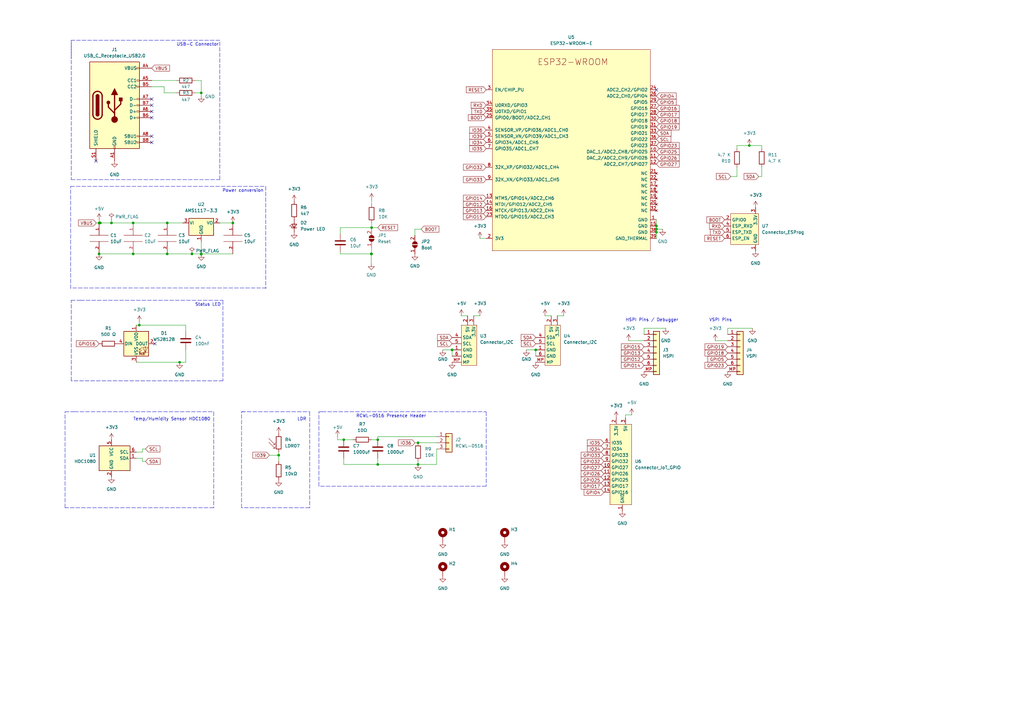
<source format=kicad_sch>
(kicad_sch (version 20211123) (generator eeschema)
  (paper "A3")
  (title_block (title "ESP32-C3 IoT Base Board") (date "2022-04-06") (rev "0.1") (comment 2 "Tobias Herrmann, Samuel Gossner"))
  (lib_symbols
    (symbol "0_Project:Connector_ESProg"
      (property "Reference" "U6" (at 7.62 -8.8899 0))
      (property "Value" "Connector_ESProg" (at 7.62 -11.4299 0))
      (symbol "Connector_ESProg_1_1"
        (pin power_in line (at 5.08 -19.05 90) (length 2.54) (name "GND") (number "1"))
        (pin bidirectional line (at -7.62 -6.35 0) (length 2.54) (name "GPIO0") (number "2"))
        (pin power_in line (at 5.08 -1.27 270) (length 2.54) (name "3.3V") (number "3"))
        (pin bidirectional line (at -7.62 -8.89 0) (length 2.54) (name "ESP_RXD") (number "4"))
        (pin bidirectional line (at -7.62 -11.43 0) (length 2.54) (name "ESP_TXD") (number "5"))
        (pin bidirectional line (at -7.62 -13.97 0) (length 2.54) (name "ESP_EN") (number "6"))
      )
    )
    (symbol "0_Project:Connector_I2C"
      (property "Reference" "U" (at -5.08 1.27 0))
      (property "Value" "Connector_I2C" (at 0 -17.78 0))
      (symbol "Connector_I2C_1_1"
        (pin power_in line (at -5.08 -10.16 0) (length 3.81) (name "GND") (number "1"))
        (pin power_in line (at 1.27 3.81 270) (length 3.81) (name "5V") (number "2"))
        (pin power_in line (at 3.81 3.81 270) (length 3.81) (name "3.3V") (number "3"))
        (pin bidirectional line (at -5.08 -5.08 0) (length 3.81) (name "SDA") (number "4"))
        (pin bidirectional line (at -5.08 -7.62 0) (length 3.81) (name "SCL") (number "5"))
        (pin power_in line (at -5.08 -12.7 0) (length 3.81) (name "GND") (number "6"))
        (pin free line (at -5.08 -15.24 0) (length 3.81) (name "MP") (number "MP"))
      )
    )
    (symbol "0_Project:Connector_IoT_GPIO" (in_bom no)
      (property "Reference" "U" (at -20.32 8.89 0))
      (property "Value" "Connector_IoT_GPIO" (at -11.43 11.43 0))
      (symbol "Connector_IoT_GPIO_1_1"
        (pin power_in line (at 1.27 -31.75 90) (length 2.54) (name "GND") (number "1"))
        (pin bidirectional line (at -6.35 -13.97 0) (length 2.54) (name "GPIO27") (number "10"))
        (pin bidirectional line (at -6.35 -16.51 0) (length 2.54) (name "GPIO26") (number "11"))
        (pin bidirectional line (at -6.35 -19.05 0) (length 2.54) (name "GPIO25") (number "12"))
        (pin bidirectional line (at -6.35 -21.59 0) (length 2.54) (name "GPIO17") (number "13"))
        (pin bidirectional line (at -6.35 -24.13 0) (length 2.54) (name "GPIO16") (number "14"))
        (pin power_in line (at -1.27 6.35 270) (length 2.54) (name "3.3V") (number "2"))
        (pin power_in line (at 2.54 6.35 270) (length 2.54) (name "5V") (number "3"))
        (pin bidirectional line (at -6.35 -3.81 0) (length 2.54) (name "IO35") (number "6"))
        (pin bidirectional line (at -6.35 -6.35 0) (length 2.54) (name "IO34") (number "7"))
        (pin bidirectional line (at -6.35 -8.89 0) (length 2.54) (name "GPIO33") (number "8"))
        (pin bidirectional line (at -6.35 -11.43 0) (length 2.54) (name "GPIO32") (number "9"))
      )
    )
    (symbol "Connector:USB_C_Receptacle_USB2.0" (pin_names (offset 1.016))
      (property "Reference" "J" (at -10.16 19.05 0))
      (property "Value" "USB_C_Receptacle_USB2.0" (at 19.05 19.05 0))
      (symbol "USB_C_Receptacle_USB2.0_1_1"
        (pin passive line (at 0 -22.86 90) (length 5.08) (name "GND") (number "A1"))
        (pin passive line (at 0 -22.86 90) (length 5.08) hide (name "GND") (number "A12"))
        (pin passive line (at 15.24 15.24 180) (length 5.08) (name "VBUS") (number "A4"))
        (pin bidirectional line (at 15.24 10.16 180) (length 5.08) (name "CC1") (number "A5"))
        (pin bidirectional line (at 15.24 -2.54 180) (length 5.08) (name "D+") (number "A6"))
        (pin bidirectional line (at 15.24 2.54 180) (length 5.08) (name "D-") (number "A7"))
        (pin bidirectional line (at 15.24 -12.7 180) (length 5.08) (name "SBU1") (number "A8"))
        (pin passive line (at 15.24 15.24 180) (length 5.08) hide (name "VBUS") (number "A9"))
        (pin passive line (at 0 -22.86 90) (length 5.08) hide (name "GND") (number "B1"))
        (pin passive line (at 0 -22.86 90) (length 5.08) hide (name "GND") (number "B12"))
        (pin passive line (at 15.24 15.24 180) (length 5.08) hide (name "VBUS") (number "B4"))
        (pin bidirectional line (at 15.24 7.62 180) (length 5.08) (name "CC2") (number "B5"))
        (pin bidirectional line (at 15.24 -5.08 180) (length 5.08) (name "D+") (number "B6"))
        (pin bidirectional line (at 15.24 0 180) (length 5.08) (name "D-") (number "B7"))
        (pin bidirectional line (at 15.24 -15.24 180) (length 5.08) (name "SBU2") (number "B8"))
        (pin passive line (at 15.24 15.24 180) (length 5.08) hide (name "VBUS") (number "B9"))
        (pin passive line (at -7.62 -22.86 90) (length 5.08) (name "SHIELD") (number "S1"))
      )
    )
    (symbol "Connector_Generic:Conn_01x03" (pin_names (offset 1.016) hide)
      (property "Reference" "J" (at 0 5.08 0))
      (property "Value" "Conn_01x03" (at 0 -5.08 0))
      (symbol "Conn_01x03_1_1"
        (pin passive line (at -5.08 2.54 0) (length 3.81) (name "Pin_1") (number "1"))
        (pin passive line (at -5.08 0 0) (length 3.81) (name "Pin_2") (number "2"))
        (pin passive line (at -5.08 -2.54 0) (length 3.81) (name "Pin_3") (number "3"))
      )
    )
    (symbol "Connector_Generic:Conn_01x07" (pin_names (offset 1.016) hide)
      (property "Reference" "J3" (at 2.54 1.2701 0))
      (property "Value" "Conn_01x07" (at 2.54 -1.2699 0))
      (symbol "Conn_01x07_1_1"
        (pin passive line (at -5.08 7.62 0) (length 3.81) (name "Pin_1") (number "1"))
        (pin passive line (at -5.08 5.08 0) (length 3.81) (name "Pin_2") (number "2"))
        (pin passive line (at -5.08 2.54 0) (length 3.81) (name "Pin_3") (number "3"))
        (pin passive line (at -5.08 0 0) (length 3.81) (name "Pin_4") (number "4"))
        (pin passive line (at -5.08 -2.54 0) (length 3.81) (name "Pin_5") (number "5"))
        (pin passive line (at -5.08 -5.08 0) (length 3.81) (name "Pin_6") (number "6"))
        (pin passive line (at -5.08 -7.62 0) (length 3.81) (name "MP") (number "MP"))
      )
    )
    (symbol "Device:C" (pin_numbers hide) (pin_names (offset 0.254))
      (property "Reference" "C" (at 0.635 2.54 0))
      (property "Value" "C" (at 0.635 -2.54 0))
      (symbol "C_1_1"
        (pin passive line (at 0 3.81 270) (length 2.794) (name "~") (number "1"))
        (pin passive line (at 0 -3.81 90) (length 2.794) (name "~") (number "2"))
      )
    )
    (symbol "Device:LED_Small" (pin_numbers hide) (pin_names (offset 0.254) hide)
      (property "Reference" "D" (at -1.27 3.175 0))
      (property "Value" "LED_Small" (at -4.445 -2.54 0))
      (symbol "LED_Small_1_1"
        (pin passive line (at -2.54 0 0) (length 1.778) (name "K") (number "1"))
        (pin passive line (at 2.54 0 180) (length 1.778) (name "A") (number "2"))
      )
    )
    (symbol "Device:R" (pin_numbers hide) (pin_names (offset 0))
      (property "Reference" "R" (at 2.032 0 90))
      (property "Value" "R" (at 0 0 90))
      (symbol "R_1_1"
        (pin passive line (at 0 3.81 270) (length 1.27) (name "~") (number "1"))
        (pin passive line (at 0 -3.81 90) (length 1.27) (name "~") (number "2"))
      )
    )
    (symbol "Espressif:ESP32-WROOM-E" (pin_names (offset 1.016))
      (property "Reference" "U" (at 0 43.18 0))
      (property "Value" "ESP32-WROOM-E" (at 0 -41.91 0))
      (symbol "ESP32-WROOM-E_1_1"
        (text "ESP32-­WROOM­" (at 1.27 36.83 0) (effects (font (size 2.54 2.54))))
        (pin power_in line (at 35.56 -27.94 180) (length 2.54) (name "GND") (number "1"))
        (pin bidirectional line (at 35.56 0 180) (length 2.54) (name "DAC_1/ADC2_CH8/GPIO25") (number "10"))
        (pin bidirectional line (at 35.56 -2.54 180) (length 2.54) (name "DAC_2/ADC2_CH9/GPIO26") (number "11"))
        (pin bidirectional line (at 35.56 -5.08 180) (length 2.54) (name "ADC2_CH7/GPIO27") (number "12"))
        (pin bidirectional line (at -34.29 -19.05 0) (length 2.54) (name "MTMS/GPIO14/ADC2_CH6") (number "13"))
        (pin bidirectional line (at -34.29 -21.59 0) (length 2.54) (name "MTDI/GPIO12/ADC2_CH5") (number "14"))
        (pin power_in line (at 35.56 -30.48 180) (length 2.54) (name "GND") (number "15"))
        (pin bidirectional line (at -34.29 -24.13 0) (length 2.54) (name "MTCK/GPIO13/ADC2_CH4") (number "16"))
        (pin no_connect line (at 35.56 -13.97 180) (length 2.54) (name "NC") (number "17"))
        (pin no_connect line (at 35.56 -16.51 180) (length 2.54) (name "NC") (number "18"))
        (pin no_connect line (at 35.56 -19.05 180) (length 2.54) (name "NC") (number "19"))
        (pin power_in line (at -34.29 -35.56 0) (length 2.54) (name "3V3") (number "2"))
        (pin no_connect line (at 35.56 -21.59 180) (length 2.54) (name "NC") (number "20"))
        (pin no_connect line (at 35.56 -8.89 180) (length 2.54) (name "NC") (number "21"))
        (pin no_connect line (at 35.56 -11.43 180) (length 2.54) (name "NC") (number "22"))
        (pin bidirectional line (at -34.29 -26.67 0) (length 2.54) (name "MTDO/GPIO15/ADC2_CH3") (number "23"))
        (pin bidirectional line (at 35.56 25.4 180) (length 2.54) (name "ADC2_CH2/GPIO2") (number "24"))
        (pin bidirectional line (at -34.29 13.97 0) (length 2.54) (name "GPIO0/BOOT/ADC2_CH1") (number "25"))
        (pin bidirectional line (at 35.56 22.86 180) (length 2.54) (name "ADC2_CH0/GPIO4") (number "26"))
        (pin bidirectional line (at 35.56 17.78 180) (length 2.54) (name "GPIO16") (number "27"))
        (pin bidirectional line (at 35.56 15.24 180) (length 2.54) (name "GPIO17") (number "28"))
        (pin bidirectional line (at 35.56 20.32 180) (length 2.54) (name "GPIO5") (number "29"))
        (pin input line (at -34.29 25.4 0) (length 2.54) (name "EN/CHIP_PU") (number "3"))
        (pin bidirectional line (at 35.56 12.7 180) (length 2.54) (name "GPIO18") (number "30"))
        (pin bidirectional line (at 35.56 10.16 180) (length 2.54) (name "GPIO19") (number "31"))
        (pin no_connect line (at 35.56 -24.13 180) (length 2.54) (name "NC") (number "32"))
        (pin bidirectional line (at 35.56 7.62 180) (length 2.54) (name "GPIO21") (number "33"))
        (pin bidirectional line (at -34.29 19.05 0) (length 2.54) (name "U0RXD/GPIO3") (number "34"))
        (pin bidirectional line (at -34.29 16.51 0) (length 2.54) (name "U0TXD/GPIO1") (number "35"))
        (pin bidirectional line (at 35.56 5.08 180) (length 2.54) (name "GPIO22") (number "36"))
        (pin bidirectional line (at 35.56 2.54 180) (length 2.54) (name "GPIO23") (number "37"))
        (pin power_in line (at 35.56 -33.02 180) (length 2.54) (name "GND") (number "38"))
        (pin power_in line (at 35.56 -35.56 180) (length 2.54) (name "GND_THERMAL") (number "39"))
        (pin input line (at -34.29 8.89 0) (length 2.54) (name "SENSOR_VP/GPIO36/ADC1_CH0") (number "4"))
        (pin input line (at -34.29 6.35 0) (length 2.54) (name "SENSOR_VN/GPIO39/ADC1_CH3") (number "5"))
        (pin input line (at -34.29 3.81 0) (length 2.54) (name "GPIO34/ADC1_CH6") (number "6"))
        (pin input line (at -34.29 1.27 0) (length 2.54) (name "GPIO35/ADC1_CH7") (number "7"))
        (pin bidirectional line (at -34.29 -6.35 0) (length 2.54) (name "32K_XP/GPIO32/ADC1_CH4") (number "8"))
        (pin bidirectional line (at -34.29 -11.43 0) (length 2.54) (name "32K_XN/GPIO33/ADC1_CH5") (number "9"))
      )
    )
    (symbol "Jumper:SolderJumper_2_Open" (pin_names (offset 0) hide)
      (property "Reference" "JP" (at 0 2.032 0))
      (property "Value" "SolderJumper_2_Open" (at 0 -2.54 0))
      (symbol "SolderJumper_2_Open_1_1"
        (pin passive line (at -3.81 0 0) (length 2.54) (name "A") (number "1"))
        (pin passive line (at 3.81 0 180) (length 2.54) (name "B") (number "2"))
      )
    )
    (symbol "LED:WS2812B" (pin_names (offset 0.254))
      (property "Reference" "D" (at 5.08 5.715 0))
      (property "Value" "WS2812B" (at 1.27 -5.715 0))
      (symbol "WS2812B_0_0"
        (text "RGB" (at 2.286 -4.191 0) (effects (font (size 0.762 0.762))))
      )
      (symbol "WS2812B_1_1"
        (pin power_in line (at 0 7.62 270) (length 2.54) (name "VDD") (number "1"))
        (pin output line (at 7.62 0 180) (length 2.54) (name "DOUT") (number "2"))
        (pin power_in line (at 0 -7.62 90) (length 2.54) (name "VSS") (number "3"))
        (pin input line (at -7.62 0 0) (length 2.54) (name "DIN") (number "4"))
      )
    )
    (symbol "Mechanical:MountingHole_Pad" (pin_numbers hide) (pin_names (offset 1.016) hide)
      (property "Reference" "H" (at 0 6.35 0))
      (property "Value" "MountingHole_Pad" (at 0 4.445 0))
      (symbol "MountingHole_Pad_1_1"
        (pin input line (at 0 -2.54 90) (length 2.54) (name "1") (number "1"))
      )
    )
    (symbol "Regulator_Linear:AMS1117-3.3" (pin_names (offset 0.254))
      (property "Reference" "U" (at -3.81 3.175 0))
      (property "Value" "AMS1117-3.3" (at 0 3.175 0))
      (symbol "AMS1117-3.3_1_1"
        (pin power_in line (at 0 -7.62 90) (length 2.54) (name "GND") (number "1"))
        (pin power_out line (at 7.62 0 180) (length 2.54) (name "VO") (number "2"))
        (pin power_in line (at -7.62 0 0) (length 2.54) (name "VI") (number "3"))
      )
    )
    (symbol "Sensor_Humidity:HDC1080"
      (property "Reference" "U" (at -6.35 6.35 0))
      (property "Value" "HDC1080" (at 3.81 6.35 0))
      (symbol "HDC1080_1_1"
        (pin bidirectional line (at 7.62 0 180) (length 2.54) (name "SDA") (number "1"))
        (pin power_in line (at -2.54 -7.62 90) (length 2.54) (name "GND") (number "2"))
        (pin no_connect line (at -7.62 0 0) (length 2.54) hide (name "NC") (number "3"))
        (pin no_connect line (at -7.62 -2.54 0) (length 2.54) hide (name "NC") (number "4"))
        (pin power_in line (at -2.54 7.62 270) (length 2.54) (name "VCC") (number "5"))
        (pin input line (at 7.62 2.54 180) (length 2.54) (name "SCL") (number "6"))
        (pin no_connect line (at -7.62 2.54 0) (length 2.54) hide (name "DAP") (number "7"))
      )
    )
    (symbol "Sensor_Optical:LDR07" (pin_numbers hide) (pin_names (offset 0))
      (property "Reference" "R" (at -5.08 0 90))
      (property "Value" "LDR07" (at 1.905 0 90))
      (symbol "LDR07_1_1"
        (pin passive line (at 0 3.81 270) (length 1.27) (name "~") (number "1"))
        (pin passive line (at 0 -3.81 90) (length 1.27) (name "~") (number "2"))
      )
    )
    (symbol "power:+3.3V" (power) (pin_names (offset 0))
      (property "Value" "+3.3V" (at 0 3.556 0))
      (symbol "+3.3V_1_1"
        (pin power_in line (at 0 0 90) (length 0) hide (name "+3V3") (number "1"))
      )
    )
    (symbol "power:+5V" (power) (pin_names (offset 0))
      (property "Value" "+5V" (at 0 3.556 0))
      (symbol "+5V_1_1"
        (pin power_in line (at 0 0 90) (length 0) hide (name "+5V") (number "1"))
      )
    )
    (symbol "power:GND" (power) (pin_names (offset 0))
      (property "Value" "GND" (at 0 -3.81 0))
      (symbol "GND_1_1"
        (pin power_in line (at 0 0 270) (length 0) hide (name "GND") (number "1"))
      )
    )
    (symbol "power:PWR_FLAG" (power) (pin_numbers hide) (pin_names (offset 0) hide)
      (property "Value" "PWR_FLAG" (at 0 3.81 0))
      (symbol "PWR_FLAG_0_0"
        (pin power_out line (at 0 0 90) (length 0) (name "pwr") (number "1"))
      )
    )
    (symbol "pspice:CAP" (pin_names (offset 0.254))
      (property "Reference" "C" (at 2.54 3.81 90))
      (property "Value" "CAP" (at 2.54 -3.81 90))
      (symbol "CAP_1_1"
        (pin passive line (at 0 6.35 270) (length 5.08) (name "~") (number "1"))
        (pin passive line (at 0 -6.35 90) (length 5.08) (name "~") (number "2"))
      )
    )
  )
  (junction (at 40.64 91.44))
  (junction (at 54.61 104.14))
  (junction (at 219.71 143.51))
  (junction (at 57.15 133.35))
  (junction (at 73.66 148.59))
  (junction (at 269.24 95.25))
  (junction (at 41.148 91.44))
  (junction (at 40.64 104.14))
  (junction (at 68.58 104.14))
  (junction (at 45.72 91.44))
  (junction (at 68.58 91.44))
  (junction (at 82.55 104.14))
  (junction (at 54.61 91.44))
  (junction (at 82.55 38.1))
  (junction (at 154.94 190.5))
  (junction (at 82.55 104.267))
  (junction (at 171.45 190.5))
  (junction (at 140.97 180.34))
  (junction (at 152.4 104.14))
  (junction (at 307.34 59.69))
  (junction (at 152.273 104.14))
  (junction (at 152.4 93.345))
  (junction (at 154.94 180.34))
  (junction (at 269.24 92.71))
  (junction (at 114.3 186.69))
  (junction (at 95.504 91.44))
  (junction (at 171.45 181.61))
  (junction (at 78.74 104.14))
  (junction (at 185.42 143.51))
  (junction (at 269.24 93.98))
  (no_connect (at 62.23 40.64))
  (no_connect (at 62.23 48.26))
  (no_connect (at 62.23 43.18))
  (no_connect (at 62.23 45.72))
  (no_connect (at 63.5 140.97))
  (no_connect (at 269.24 36.83))
  (no_connect (at 39.37 66.04))
  (no_connect (at 62.23 55.88))
  (no_connect (at 62.23 58.42))
  (wire (pts (xy 152.4 101.6) (xy 152.4 104.14)))
  (wire (pts (xy 58.42 185.42) (xy 55.88 185.42)))
  (wire (pts (xy 45.72 90.17) (xy 45.72 91.44)))
  (wire (pts (xy 298.45 134.62) (xy 308.61 134.62)))
  (polyline (pts (xy 87.63 168.91) (xy 87.63 208.28)))
  (polyline (pts (xy 29.21 156.21) (xy 29.21 123.19)))
  (polyline (pts (xy 91.44 156.21) (xy 29.21 156.21)))
  (wire (pts (xy 114.3 186.69) (xy 114.3 189.23)))
  (polyline (pts (xy 99.06 168.91) (xy 127 168.91)))
  (wire (pts (xy 215.9 143.51) (xy 219.71 143.51)))
  (wire (pts (xy 67.31 38.1) (xy 72.39 38.1)))
  (wire (pts (xy 76.2 143.51) (xy 76.2 148.59)))
  (polyline (pts (xy 99.06 168.91) (xy 100.33 168.91)))
  (polyline (pts (xy 26.67 168.91) (xy 30.48 168.91)))
  (polyline (pts (xy 29.21 17.78) (xy 29.21 73.66)))
  (polyline (pts (xy 91.44 123.19) (xy 91.44 156.21)))
  (wire (pts (xy 231.14 129.54) (xy 228.6 129.54)))
  (wire (pts (xy 54.61 104.14) (xy 68.58 104.14)))
  (wire (pts (xy 171.45 189.23) (xy 171.45 190.5)))
  (wire (pts (xy 68.58 91.44) (xy 74.93 91.44)))
  (wire (pts (xy 114.3 185.42) (xy 114.3 186.69)))
  (polyline (pts (xy 130.81 168.91) (xy 132.08 168.91)))
  (wire (pts (xy 140.97 190.5) (xy 154.94 190.5)))
  (wire (pts (xy 256.54 171.45) (xy 256.54 170.18)))
  (wire (pts (xy 181.61 143.51) (xy 185.42 143.51)))
  (polyline (pts (xy 28.956 118.364) (xy 28.956 76.454)))
  (wire (pts (xy 82.55 99.06) (xy 82.55 104.14)))
  (wire (pts (xy 57.15 133.35) (xy 76.2 133.35)))
  (wire (pts (xy 82.55 104.14) (xy 95.504 104.14)))
  (wire (pts (xy 171.45 190.5) (xy 179.07 190.5)))
  (wire (pts (xy 57.15 132.08) (xy 57.15 133.35)))
  (wire (pts (xy 138.43 179.07) (xy 138.43 180.34)))
  (wire (pts (xy 90.17 91.44) (xy 95.504 91.44)))
  (wire (pts (xy 76.2 148.59) (xy 73.66 148.59)))
  (wire (pts (xy 312.42 72.39) (xy 311.15 72.39)))
  (wire (pts (xy 62.23 33.02) (xy 72.39 33.02)))
  (wire (pts (xy 264.16 134.62) (xy 273.05 134.62)))
  (wire (pts (xy 152.273 104.14) (xy 152.4 104.14)))
  (wire (pts (xy 152.273 108.077) (xy 152.273 104.14)))
  (wire (pts (xy 179.07 179.07) (xy 154.94 179.07)))
  (wire (pts (xy 40.64 104.14) (xy 54.61 104.14)))
  (wire (pts (xy 59.69 189.23) (xy 58.42 189.23)))
  (wire (pts (xy 257.81 139.7) (xy 264.16 139.7)))
  (wire (pts (xy 269.24 97.79) (xy 269.24 95.25)))
  (wire (pts (xy 312.42 59.69) (xy 307.34 59.69)))
  (wire (pts (xy 269.24 92.71) (xy 269.24 93.98)))
  (polyline (pts (xy 132.08 168.91) (xy 199.39 168.91)))
  (wire (pts (xy 82.55 33.02) (xy 80.01 33.02)))
  (wire (pts (xy 170.18 93.98) (xy 172.72 93.98)))
  (wire (pts (xy 219.71 143.51) (xy 219.71 146.05)))
  (wire (pts (xy 55.88 133.35) (xy 57.15 133.35)))
  (polyline (pts (xy 130.81 199.39) (xy 130.81 168.91)))
  (wire (pts (xy 170.18 93.98) (xy 170.18 96.52)))
  (wire (pts (xy 223.52 129.54) (xy 226.06 129.54)))
  (wire (pts (xy 45.72 91.44) (xy 54.61 91.44)))
  (wire (pts (xy 152.4 93.345) (xy 152.4 93.98)))
  (polyline (pts (xy 26.67 208.28) (xy 26.67 168.91)))
  (wire (pts (xy 298.45 137.16) (xy 298.45 134.62)))
  (wire (pts (xy 78.74 104.14) (xy 82.55 104.14)))
  (polyline (pts (xy 29.21 73.66) (xy 90.17 73.66)))
  (wire (pts (xy 154.94 190.5) (xy 171.45 190.5)))
  (polyline (pts (xy 199.39 199.39) (xy 130.81 199.39)))
  (wire (pts (xy 264.16 137.16) (xy 264.16 134.62)))
  (wire (pts (xy 82.55 39.37) (xy 82.55 38.1)))
  (wire (pts (xy 154.94 93.345) (xy 152.4 93.345)))
  (wire (pts (xy 269.24 93.98) (xy 271.78 93.98)))
  (wire (pts (xy 82.55 38.1) (xy 82.55 33.02)))
  (wire (pts (xy 140.97 180.34) (xy 144.78 180.34)))
  (polyline (pts (xy 28.956 76.454) (xy 108.966 76.454)))
  (wire (pts (xy 40.64 91.44) (xy 41.148 91.44)))
  (wire (pts (xy 76.2 133.35) (xy 76.2 135.89)))
  (wire (pts (xy 40.64 90.17) (xy 41.148 91.44)))
  (wire (pts (xy 62.23 35.56) (xy 67.31 35.56)))
  (wire (pts (xy 269.24 95.25) (xy 269.24 93.98)))
  (wire (pts (xy 139.573 93.345) (xy 139.573 95.758)))
  (polyline (pts (xy 29.21 123.19) (xy 33.02 123.19)))
  (wire (pts (xy 82.55 38.1) (xy 80.01 38.1)))
  (polyline (pts (xy 90.17 16.51) (xy 29.21 16.51)))
  (wire (pts (xy 58.42 184.15) (xy 58.42 185.42)))
  (wire (pts (xy 58.42 189.23) (xy 58.42 187.96)))
  (polyline (pts (xy 99.06 208.28) (xy 99.06 168.91)))
  (wire (pts (xy 189.23 129.54) (xy 191.77 129.54)))
  (polyline (pts (xy 127 208.28) (xy 99.06 208.28)))
  (wire (pts (xy 67.31 35.56) (xy 67.31 38.1)))
  (wire (pts (xy 185.42 143.51) (xy 185.42 146.05)))
  (wire (pts (xy 302.26 72.39) (xy 302.26 68.58)))
  (wire (pts (xy 302.26 72.39) (xy 299.72 72.39)))
  (wire (pts (xy 269.24 90.17) (xy 269.24 92.71)))
  (wire (pts (xy 196.85 129.54) (xy 194.31 129.54)))
  (wire (pts (xy 307.34 59.69) (xy 302.26 59.69)))
  (wire (pts (xy 59.69 184.15) (xy 58.42 184.15)))
  (wire (pts (xy 152.4 180.34) (xy 154.94 180.34)))
  (wire (pts (xy 138.43 180.34) (xy 140.97 180.34)))
  (polyline (pts (xy 199.39 168.91) (xy 199.39 199.39)))
  (wire (pts (xy 293.37 139.7) (xy 298.45 139.7)))
  (wire (pts (xy 139.573 104.14) (xy 152.273 104.14)))
  (wire (pts (xy 39.497 91.44) (xy 40.64 91.44)))
  (wire (pts (xy 139.573 104.14) (xy 139.573 103.378)))
  (wire (pts (xy 179.07 184.15) (xy 179.07 190.5)))
  (wire (pts (xy 55.88 148.59) (xy 73.66 148.59)))
  (polyline (pts (xy 127 168.91) (xy 127 208.28)))
  (polyline (pts (xy 30.48 168.91) (xy 87.63 168.91)))
  (wire (pts (xy 154.94 179.07) (xy 154.94 180.34)))
  (wire (pts (xy 152.4 83.82) (xy 152.4 81.915)))
  (wire (pts (xy 140.97 190.5) (xy 140.97 187.96)))
  (wire (pts (xy 302.26 60.96) (xy 302.26 59.69)))
  (wire (pts (xy 170.18 181.61) (xy 171.45 181.61)))
  (wire (pts (xy 41.148 91.44) (xy 45.72 91.44)))
  (polyline (pts (xy 108.966 76.454) (xy 108.966 118.364)))
  (polyline (pts (xy 90.17 73.66) (xy 90.17 16.51)))
  (wire (pts (xy 171.45 181.61) (xy 179.07 181.61)))
  (wire (pts (xy 152.4 93.345) (xy 139.573 93.345)))
  (polyline (pts (xy 109.22 118.11) (xy 29.21 118.11)))
  (wire (pts (xy 110.49 186.69) (xy 114.3 186.69)))
  (polyline (pts (xy 87.63 208.28) (xy 26.67 208.28)))
  (wire (pts (xy 82.55 104.14) (xy 82.55 104.267)))
  (wire (pts (xy 312.42 68.58) (xy 312.42 72.39)))
  (polyline (pts (xy 29.21 16.51) (xy 29.21 24.13)))
  (wire (pts (xy 54.61 91.44) (xy 68.58 91.44)))
  (wire (pts (xy 152.4 91.44) (xy 152.4 93.345)))
  (wire (pts (xy 256.54 170.18) (xy 259.08 170.18)))
  (wire (pts (xy 312.42 59.69) (xy 312.42 60.96)))
  (polyline (pts (xy 33.02 123.19) (xy 91.44 123.19)))
  (wire (pts (xy 68.58 104.14) (xy 78.74 104.14)))
  (wire (pts (xy 196.85 97.79) (xy 199.39 97.79)))
  (wire (pts (xy 58.42 187.96) (xy 55.88 187.96)))
  (wire (pts (xy 154.94 190.5) (xy 154.94 187.96)))
  (text "HSPI Pins / Debugger" (at 256.54 132.08 0) (effects (font (size 1.27 1.27)) (justify left bottom)))
  (text "Temp/Humidity Sensor HDC1080" (at 54.61 172.72 0) (effects (font (size 1.27 1.27)) (justify left bottom)))
  (text "USB-C Connector" (at 72.39 19.05 0) (effects (font (size 1.27 1.27)) (justify left bottom)))
  (text "VSPI Pins" (at 290.83 132.08 0) (effects (font (size 1.27 1.27)) (justify left bottom)))
  (text "RCWL-0516 Presence Header" (at 146.05 171.45 0) (effects (font (size 1.27 1.27)) (justify left bottom)))
  (text "LDR\n" (at 121.92 172.72 0) (effects (font (size 1.27 1.27)) (justify left bottom)))
  (text "Power conversion" (at 91.186 78.994 0) (effects (font (size 1.27 1.27)) (justify left bottom)))
  (text "Status LED" (at 80.01 125.73 0) (effects (font (size 1.27 1.27)) (justify left bottom)))
  (global_label "GPIO14" (shape input) (at 199.39 81.28 180) (property "Intersheet References" "${INTERSHEET_REFS}" (effects hide)))
  (global_label "GPIO23" (shape input) (at 298.45 149.86 180) (property "Intersheet References" "${INTERSHEET_REFS}" (effects hide)))
  (global_label "GPIO18" (shape input) (at 298.45 144.78 180) (property "Intersheet References" "${INTERSHEET_REFS}" (effects hide)))
  (global_label "SDA" (shape input) (at 269.24 54.61 0) (property "Intersheet References" "${INTERSHEET_REFS}" (effects hide)))
  (global_label "GPIO17" (shape input) (at 269.24 46.99 0) (property "Intersheet References" "${INTERSHEET_REFS}" (effects hide)))
  (global_label "GPIO12" (shape input) (at 264.16 147.32 180) (property "Intersheet References" "${INTERSHEET_REFS}" (effects hide)))
  (global_label "SCL" (shape input) (at 299.72 72.39 180) (property "Intersheet References" "${INTERSHEET_REFS}" (effects hide)))
  (global_label "GPIO33" (shape input) (at 199.39 73.66 180) (property "Intersheet References" "${INTERSHEET_REFS}" (effects hide)))
  (global_label "TXD" (shape input) (at 297.18 95.25 180) (property "Intersheet References" "${INTERSHEET_REFS}" (effects hide)))
  (global_label "GPIO5" (shape input) (at 298.45 147.32 180) (property "Intersheet References" "${INTERSHEET_REFS}" (effects hide)))
  (global_label "IO39" (shape input) (at 110.49 186.69 180) (property "Intersheet References" "${INTERSHEET_REFS}" (effects hide)))
  (global_label "GPIO17" (shape input) (at 247.65 199.39 180) (property "Intersheet References" "${INTERSHEET_REFS}" (effects hide)))
  (global_label "RXD" (shape input) (at 199.39 43.18 180) (property "Intersheet References" "${INTERSHEET_REFS}" (effects hide)))
  (global_label "SDA" (shape input) (at 219.71 138.43 180) (property "Intersheet References" "${INTERSHEET_REFS}" (effects hide)))
  (global_label "GPIO14" (shape input) (at 264.16 149.86 180) (property "Intersheet References" "${INTERSHEET_REFS}" (effects hide)))
  (global_label "GPIO32" (shape input) (at 247.65 189.23 180) (property "Intersheet References" "${INTERSHEET_REFS}" (effects hide)))
  (global_label "TXD" (shape input) (at 199.39 45.72 180) (property "Intersheet References" "${INTERSHEET_REFS}" (effects hide)))
  (global_label "SCL" (shape input) (at 59.69 184.15 0) (property "Intersheet References" "${INTERSHEET_REFS}" (effects hide)))
  (global_label "GPIO27" (shape input) (at 269.24 67.31 0) (property "Intersheet References" "${INTERSHEET_REFS}" (effects hide)))
  (global_label "VBUS" (shape input) (at 39.497 91.44 180) (property "Intersheet References" "${INTERSHEET_REFS}" (effects hide)))
  (global_label "GPIO32" (shape input) (at 199.39 68.58 180) (property "Intersheet References" "${INTERSHEET_REFS}" (effects hide)))
  (global_label "GPIO23" (shape input) (at 269.24 59.69 0) (property "Intersheet References" "${INTERSHEET_REFS}" (effects hide)))
  (global_label "IO35" (shape input) (at 199.39 60.96 180) (property "Intersheet References" "${INTERSHEET_REFS}" (effects hide)))
  (global_label "RESET" (shape input) (at 199.39 36.83 180) (property "Intersheet References" "${INTERSHEET_REFS}" (effects hide)))
  (global_label "GPIO26" (shape input) (at 247.65 194.31 180) (property "Intersheet References" "${INTERSHEET_REFS}" (effects hide)))
  (global_label "IO36" (shape input) (at 199.39 53.34 180) (property "Intersheet References" "${INTERSHEET_REFS}" (effects hide)))
  (global_label "GPIO33" (shape input) (at 247.65 186.69 180) (property "Intersheet References" "${INTERSHEET_REFS}" (effects hide)))
  (global_label "GPIO16" (shape input) (at 40.64 140.97 180) (property "Intersheet References" "${INTERSHEET_REFS}" (effects hide)))
  (global_label "GPIO4" (shape input) (at 247.65 201.93 180) (property "Intersheet References" "${INTERSHEET_REFS}" (effects hide)))
  (global_label "GPIO26" (shape input) (at 269.24 64.77 0) (property "Intersheet References" "${INTERSHEET_REFS}" (effects hide)))
  (global_label "SCL" (shape input) (at 269.24 57.15 0) (property "Intersheet References" "${INTERSHEET_REFS}" (effects hide)))
  (global_label "GPIO19" (shape input) (at 298.45 142.24 180) (property "Intersheet References" "${INTERSHEET_REFS}" (effects hide)))
  (global_label "GPIO12" (shape input) (at 199.39 83.82 180) (property "Intersheet References" "${INTERSHEET_REFS}" (effects hide)))
  (global_label "IO36" (shape input) (at 170.18 181.61 180) (property "Intersheet References" "${INTERSHEET_REFS}" (effects hide)))
  (global_label "BOOT" (shape input) (at 199.39 48.26 180) (property "Intersheet References" "${INTERSHEET_REFS}" (effects hide)))
  (global_label "RESET" (shape input) (at 297.18 97.79 180) (property "Intersheet References" "${INTERSHEET_REFS}" (effects hide)))
  (global_label "GPIO16" (shape input) (at 269.24 44.45 0) (property "Intersheet References" "${INTERSHEET_REFS}" (effects hide)))
  (global_label "BOOT" (shape input) (at 297.18 90.17 180) (property "Intersheet References" "${INTERSHEET_REFS}" (effects hide)))
  (global_label "GPIO18" (shape input) (at 269.24 49.53 0) (property "Intersheet References" "${INTERSHEET_REFS}" (effects hide)))
  (global_label "GPIO15" (shape input) (at 264.16 142.24 180) (property "Intersheet References" "${INTERSHEET_REFS}" (effects hide)))
  (global_label "IO35" (shape input) (at 247.65 181.61 180) (property "Intersheet References" "${INTERSHEET_REFS}" (effects hide)))
  (global_label "IO34" (shape input) (at 199.39 58.42 180) (property "Intersheet References" "${INTERSHEET_REFS}" (effects hide)))
  (global_label "SDA" (shape input) (at 59.69 189.23 0) (property "Intersheet References" "${INTERSHEET_REFS}" (effects hide)))
  (global_label "SCL" (shape input) (at 219.71 140.97 180) (property "Intersheet References" "${INTERSHEET_REFS}" (effects hide)))
  (global_label "GPIO13" (shape input) (at 264.16 144.78 180) (property "Intersheet References" "${INTERSHEET_REFS}" (effects hide)))
  (global_label "SCL" (shape input) (at 185.42 140.97 180) (property "Intersheet References" "${INTERSHEET_REFS}" (effects hide)))
  (global_label "IO39" (shape input) (at 199.39 55.88 180) (property "Intersheet References" "${INTERSHEET_REFS}" (effects hide)))
  (global_label "GPIO5" (shape input) (at 269.24 41.91 0) (property "Intersheet References" "${INTERSHEET_REFS}" (effects hide)))
  (global_label "RESET" (shape input) (at 154.94 93.345 0) (property "Intersheet References" "${INTERSHEET_REFS}" (effects hide)))
  (global_label "SDA" (shape input) (at 185.42 138.43 180) (property "Intersheet References" "${INTERSHEET_REFS}" (effects hide)))
  (global_label "GPIO4" (shape input) (at 269.24 39.37 0) (property "Intersheet References" "${INTERSHEET_REFS}" (effects hide)))
  (global_label "RXD" (shape input) (at 297.18 92.71 180) (property "Intersheet References" "${INTERSHEET_REFS}" (effects hide)))
  (global_label "SDA" (shape input) (at 311.15 72.39 180) (property "Intersheet References" "${INTERSHEET_REFS}" (effects hide)))
  (global_label "GPIO19" (shape input) (at 269.24 52.07 0) (property "Intersheet References" "${INTERSHEET_REFS}" (effects hide)))
  (global_label "GPIO25" (shape input) (at 269.24 62.23 0) (property "Intersheet References" "${INTERSHEET_REFS}" (effects hide)))
  (global_label "IO34" (shape input) (at 247.65 184.15 180) (property "Intersheet References" "${INTERSHEET_REFS}" (effects hide)))
  (global_label "GPIO15" (shape input) (at 199.39 88.9 180) (property "Intersheet References" "${INTERSHEET_REFS}" (effects hide)))
  (global_label "GPIO13" (shape input) (at 199.39 86.36 180) (property "Intersheet References" "${INTERSHEET_REFS}" (effects hide)))
  (global_label "GPIO25" (shape input) (at 247.65 196.85 180) (property "Intersheet References" "${INTERSHEET_REFS}" (effects hide)))
  (global_label "GPIO27" (shape input) (at 247.65 191.77 180) (property "Intersheet References" "${INTERSHEET_REFS}" (effects hide)))
  (global_label "VBUS" (shape input) (at 62.23 27.94 0) (property "Intersheet References" "${INTERSHEET_REFS}" (effects hide)))
  (global_label "BOOT" (shape input) (at 172.72 93.98 0) (property "Intersheet References" "${INTERSHEET_REFS}" (effects hide)))
  (symbol (lib_id "power:GND") (at 46.99 66.04 0) (unit 1)
    (property "Reference" "#PWR05" (effects hide))
    (property "Value" "GND" (at 46.99 71.628 0))
  )
  (symbol (lib_id "Mechanical:MountingHole_Pad") (at 207.01 219.71 0) (unit 1) (in_bom no)
    (property "Reference" "H3" (at 209.55 217.1699 0) (effects (justify left)))
    (property "Value" "MountingHole_Pad" (effects hide))
    (property "Footprint" "MountingHole:MountingHole_2.2mm_M2_Pad" (effects hide))
  )
  (symbol (lib_id "Device:R") (at 302.26 64.77 180) (unit 1)
    (property "Reference" "R10" (at 299.72 66.0401 0) (effects (justify left)))
    (property "Value" "4.7 K" (at 299.72 63.5001 0) (effects (justify left)))
    (property "Footprint" "Resistor_SMD:R_0603_1608Metric" (effects hide))
    (property "Datasheet" "https://datasheet.lcsc.com/lcsc/2110260030_UNI-ROYAL-Uniroyal-Elec-0402WGF4701TCE_C25900.pdf" (effects hide))
    (property "LSCID" " C25905" (effects hide))
  )
  (symbol (lib_id "power:GND") (at 308.61 134.62 0) (unit 1)
    (property "Reference" "#PWR043" (effects hide))
    (property "Value" "GND" (at 308.61 139.7 0))
  )
  (symbol (lib_id "power:+5V") (at 138.43 179.07 0) (unit 1)
    (property "Reference" "#PWR015" (effects hide))
    (property "Value" "+5V" (at 138.43 175.26 0))
  )
  (symbol (lib_id "power:GND") (at 170.18 104.14 0) (unit 1)
    (property "Reference" "#PWR018" (effects hide))
    (property "Value" "GND" (at 170.18 109.093 0))
  )
  (symbol (lib_id "power:+3.3V") (at 293.37 139.7 0) (unit 1)
    (property "Reference" "#PWR040" (effects hide))
    (property "Value" "+3.3V" (at 293.37 134.62 0))
  )
  (symbol (lib_id "power:GND") (at 171.45 190.5 0) (unit 1)
    (property "Reference" "#PWR019" (effects hide))
    (property "Value" "GND" (at 171.45 195.58 0))
  )
  (symbol (lib_id "power:+3.3V") (at 257.81 139.7 0) (unit 1)
    (property "Reference" "#PWR035" (effects hide))
    (property "Value" "+3.3V" (at 257.81 134.62 0))
  )
  (symbol (lib_id "Sensor_Humidity:HDC1080") (at 48.26 187.96 0) (unit 1)
    (property "Reference" "U1" (at 39.37 186.6899 0) (effects (justify right)))
    (property "Value" "HDC1080" (at 39.37 189.2299 0) (effects (justify right)))
    (property "Footprint" "Package_SON:Texas_PWSON-N6" (effects hide))
    (property "Datasheet" "http://www.ti.com/lit/ds/symlink/hdc1080.pdf" (effects hide))
  )
  (symbol (lib_id "power:GND") (at 82.55 39.37 0) (unit 1)
    (property "Reference" "#PWR08" (effects hide))
    (property "Value" "GND" (at 86.106 39.624 0))
  )
  (symbol (lib_id "power:GND") (at 215.9 143.51 0) (unit 1)
    (property "Reference" "#PWR029" (effects hide))
    (property "Value" "GND" (at 215.9 147.32 0))
  )
  (symbol (lib_id "Mechanical:MountingHole_Pad") (at 181.61 233.68 0) (unit 1) (in_bom no)
    (property "Reference" "H2" (at 184.15 231.1399 0) (effects (justify left)))
    (property "Value" "MountingHole_Pad" (effects hide))
    (property "Footprint" "MountingHole:MountingHole_2.2mm_M2_Pad" (effects hide))
  )
  (symbol (lib_id "power:PWR_FLAG") (at 45.72 90.17 0) (unit 1)
    (property "Reference" "#FLG01" (effects hide))
    (property "Value" "PWR_FLAG" (at 52.07 88.9 0))
  )
  (symbol (lib_id "Jumper:SolderJumper_2_Open") (at 170.18 100.33 90) (unit 1)
    (property "Reference" "JP2" (at 172.72 99.0599 90) (effects (justify right)))
    (property "Value" "Boot" (at 172.72 101.5999 90) (effects (justify right)))
    (property "Footprint" "Jumper:SolderJumper-2_P1.3mm_Open_RoundedPad1.0x1.5mm" (effects hide))
  )
  (symbol (lib_id "Device:R") (at 76.2 38.1 90) (unit 1)
    (property "Reference" "R3" (at 76.2 38.1 90))
    (property "Value" "4k7" (at 76.2 40.894 90))
    (property "Footprint" "Resistor_SMD:R_0603_1608Metric" (effects hide))
  )
  (symbol (lib_id "power:GND") (at 298.45 152.4 0) (unit 1)
    (property "Reference" "#PWR041" (effects hide))
    (property "Value" "GND" (at 298.45 157.48 0))
  )
  (symbol (lib_id "power:GND") (at 40.64 104.14 0) (unit 1)
    (property "Reference" "#PWR02" (effects hide))
    (property "Value" "GND" (at 40.64 109.728 0))
  )
  (symbol (lib_id "0_Project:Connector_I2C") (at 224.79 133.35 0) (unit 1) (in_bom no)
    (property "Reference" "U4" (at 231.14 137.7949 0) (effects (justify left)))
    (property "Value" "Connector_I2C" (at 231.14 140.3349 0) (effects (justify left)))
    (property "Footprint" "Connector_JST:JST_SH_BM06B-SRSS-TB_1x06-1MP_P1.00mm_Vertical" (effects hide))
  )
  (symbol (lib_id "0_Project:Connector_IoT_GPIO") (at 254 177.8 0) (unit 1) (in_bom no)
    (property "Reference" "U6" (at 260.35 189.2299 0) (effects (justify left)))
    (property "Value" "Connector_IoT_GPIO" (at 260.35 191.7699 0) (effects (justify left)))
    (property "Footprint" "0_Project:Connector_IoT_GPIO" (effects hide))
  )
  (symbol (lib_id "Regulator_Linear:AMS1117-3.3") (at 82.55 91.44 0) (unit 1)
    (property "Reference" "U2" (at 82.55 83.82 0))
    (property "Value" "AMS1117-3.3" (at 82.55 86.36 0))
    (property "Footprint" "Package_TO_SOT_SMD:SOT-223-3_TabPin2" (effects hide))
    (property "Datasheet" "http://www.advanced-monolithic.com/pdf/ds1117.pdf" (effects hide))
  )
  (symbol (lib_id "power:+3.3V") (at 45.72 180.34 0) (unit 1)
    (property "Reference" "#PWR03" (effects hide))
    (property "Value" "+3.3V" (at 45.72 175.26 0))
  )
  (symbol (lib_id "power:+5V") (at 189.23 129.54 0) (unit 1)
    (property "Reference" "#PWR024" (effects hide))
    (property "Value" "+5V" (at 189.23 124.46 0))
  )
  (symbol (lib_id "pspice:CAP") (at 95.504 97.79 0) (unit 1)
    (property "Reference" "C5" (at 100.076 96.5199 0) (effects (justify left)))
    (property "Value" "10uF" (at 100.076 99.0599 0) (effects (justify left)))
    (property "Footprint" "Capacitor_SMD:C_0603_1608Metric" (effects hide))
  )
  (symbol (lib_id "power:+3.3V") (at 252.73 171.45 0) (unit 1)
    (property "Reference" "#PWR033" (effects hide))
    (property "Value" "+3.3V" (at 252.73 166.37 0))
  )
  (symbol (lib_id "Device:LED_Small") (at 120.65 92.71 90) (unit 1)
    (property "Reference" "D2" (at 123.19 91.3764 90) (effects (justify right)))
    (property "Value" "Power LED" (at 123.19 93.9164 90) (effects (justify right)))
    (property "Footprint" "LED_SMD:LED_0603_1608Metric" (effects hide))
    (property "LSCID" "C2286" (effects hide))
  )
  (symbol (lib_id "power:+5V") (at 40.64 90.17 0) (unit 1)
    (property "Reference" "#PWR01" (effects hide))
    (property "Value" "+5V" (at 40.64 85.598 0))
  )
  (symbol (lib_id "power:+3.3V") (at 57.15 132.08 0) (unit 1)
    (property "Reference" "#PWR06" (effects hide))
    (property "Value" "+3.3V" (at 57.15 127 0))
  )
  (symbol (lib_id "power:GND") (at 185.42 148.59 0) (unit 1)
    (property "Reference" "#PWR023" (effects hide))
    (property "Value" "GND" (at 185.42 153.67 0))
  )
  (symbol (lib_id "Device:R") (at 152.4 87.63 0) (unit 1)
    (property "Reference" "R8" (at 155.194 86.3599 0) (effects (justify left)))
    (property "Value" "10K" (at 155.194 88.8999 0) (effects (justify left)))
    (property "Footprint" "Resistor_SMD:R_0603_1608Metric" (effects hide))
  )
  (symbol (lib_id "LED:WS2812B") (at 55.88 140.97 0) (unit 1)
    (property "Reference" "D1" (at 67.31 136.6393 0))
    (property "Value" "WS2812B" (at 67.31 139.1793 0))
    (property "Footprint" "LED_SMD:LED_WS2812B_PLCC4_5.0x5.0mm_P3.2mm" (effects hide))
    (property "Datasheet" "https://cdn-shop.adafruit.com/datasheets/WS2812B.pdf" (effects hide))
  )
  (symbol (lib_id "Device:C") (at 154.94 184.15 0) (unit 1)
    (property "Reference" "C8" (at 158.75 182.8799 0) (effects (justify left)))
    (property "Value" "1000uf" (at 158.75 185.42 0) (effects (justify left)))
    (property "Footprint" "Capacitor_SMD:C_0603_1608Metric" (effects hide))
  )
  (symbol (lib_id "Device:R") (at 114.3 193.04 0) (unit 1)
    (property "Reference" "R5" (at 116.84 191.7699 0) (effects (justify left)))
    (property "Value" "10kΩ" (at 116.84 194.3099 0) (effects (justify left)))
    (property "Footprint" "Resistor_SMD:R_0603_1608Metric" (effects hide))
  )
  (symbol (lib_id "Device:C") (at 140.97 184.15 0) (unit 1)
    (property "Reference" "C7" (at 144.78 182.8799 0) (effects (justify left)))
    (property "Value" "1000uf" (at 144.78 185.4199 0) (effects (justify left)))
    (property "Footprint" "Capacitor_SMD:C_0603_1608Metric" (effects hide))
  )
  (symbol (lib_id "power:+3.3V") (at 307.34 59.69 0) (unit 1)
    (property "Reference" "#PWR042" (effects hide))
    (property "Value" "+3.3V" (at 307.34 54.61 0))
  )
  (symbol (lib_id "power:GND") (at 207.01 236.22 0) (unit 1)
    (property "Reference" "#PWR028" (effects hide))
    (property "Value" "GND" (at 207.01 241.3 0))
  )
  (symbol (lib_id "Sensor_Optical:LDR07") (at 114.3 181.61 0) (unit 1) (in_bom no)
    (property "Reference" "R4" (at 116.84 180.3399 0) (effects (justify left)))
    (property "Value" "LDR07" (at 116.84 182.8799 0) (effects (justify left)))
    (property "Footprint" "OptoDevice:R_LDR_5.1x4.3mm_P3.4mm_Vertical" (effects hide))
    (property "Datasheet" "http://www.tme.eu/de/Document/f2e3ad76a925811312d226c31da4cd7e/LDR07.pdf" (effects hide))
  )
  (symbol (lib_id "power:+3.3V") (at 114.3 177.8 0) (unit 1)
    (property "Reference" "#PWR011" (effects hide))
    (property "Value" "+3.3V" (at 114.3 172.72 0))
  )
  (symbol (lib_id "power:+3.3V") (at 120.65 82.55 0) (unit 1)
    (property "Reference" "#PWR013" (effects hide))
    (property "Value" "+3.3V" (at 120.65 77.47 0))
  )
  (symbol (lib_id "power:+3.3V") (at 152.4 81.915 0) (unit 1)
    (property "Reference" "#PWR017" (effects hide))
    (property "Value" "+3.3V" (at 152.4 76.581 0))
  )
  (symbol (lib_id "Device:R") (at 312.42 64.77 180) (unit 1)
    (property "Reference" "R11" (at 314.96 63.4999 0) (effects (justify right)))
    (property "Value" "4.7 K" (at 314.96 66.0399 0) (effects (justify right)))
    (property "Footprint" "Resistor_SMD:R_0603_1608Metric" (effects hide))
    (property "Datasheet" "https://datasheet.lcsc.com/lcsc/2110260030_UNI-ROYAL-Uniroyal-Elec-0402WGF4701TCE_C25900.pdf" (effects hide))
    (property "LSCID" " C25905" (effects hide))
  )
  (symbol (lib_id "power:GND") (at 114.3 196.85 0) (unit 1)
    (property "Reference" "#PWR012" (effects hide))
    (property "Value" "GND" (at 114.3 201.93 0))
  )
  (symbol (lib_id "power:+3.3V") (at 196.85 97.79 0) (unit 1)
    (property "Reference" "#PWR025" (effects hide))
    (property "Value" "+3.3V" (at 196.85 92.71 0))
  )
  (symbol (lib_id "Mechanical:MountingHole_Pad") (at 181.61 219.71 0) (unit 1) (in_bom no)
    (property "Reference" "H1" (at 184.15 217.1699 0) (effects (justify left)))
    (property "Value" "MountingHole_Pad" (effects hide))
    (property "Footprint" "MountingHole:MountingHole_2.2mm_M2_Pad" (effects hide))
  )
  (symbol (lib_id "Jumper:SolderJumper_2_Open") (at 152.4 97.79 90) (unit 1)
    (property "Reference" "JP1" (at 154.94 96.5199 90) (effects (justify right)))
    (property "Value" "Reset" (at 154.94 99.0599 90) (effects (justify right)))
    (property "Footprint" "Jumper:SolderJumper-2_P1.3mm_Open_RoundedPad1.0x1.5mm" (effects hide))
  )
  (symbol (lib_id "0_Project:Connector_ESProg") (at 304.8 83.82 0) (unit 1) (in_bom no)
    (property "Reference" "U7" (at 312.42 92.7099 0) (effects (justify left)))
    (property "Value" "Connector_ESProg" (at 312.42 95.2499 0) (effects (justify left)))
    (property "Footprint" "Connector:Tag-Connect_TC2030-IDC-FP_2x03_P1.27mm_Vertical" (effects hide))
  )
  (symbol (lib_id "pspice:CAP") (at 40.64 97.79 0) (unit 1)
    (property "Reference" "C1" (at 45.212 96.5199 0) (effects (justify left)))
    (property "Value" "10uF" (at 45.212 99.0599 0) (effects (justify left)))
    (property "Footprint" "Capacitor_SMD:C_0603_1608Metric" (effects hide))
  )
  (symbol (lib_id "power:GND") (at 73.66 148.59 0) (unit 1)
    (property "Reference" "#PWR07" (effects hide))
    (property "Value" "GND" (at 73.66 153.67 0))
  )
  (symbol (lib_id "Device:R") (at 171.45 185.42 0) (unit 1)
    (property "Reference" "R9" (at 174.244 184.1499 0) (effects (justify left)))
    (property "Value" "10K" (at 174.244 186.6899 0) (effects (justify left)))
    (property "Footprint" "Resistor_SMD:R_0603_1608Metric" (effects hide))
  )
  (symbol (lib_id "0_Project:Connector_I2C") (at 190.5 133.35 0) (unit 1) (in_bom no)
    (property "Reference" "U3" (at 196.85 137.7949 0) (effects (justify left)))
    (property "Value" "Connector_I2C" (at 196.85 140.3349 0) (effects (justify left)))
    (property "Footprint" "Connector_JST:JST_SH_BM06B-SRSS-TB_1x06-1MP_P1.00mm_Vertical" (effects hide))
  )
  (symbol (lib_id "Espressif:ESP32-WROOM-E") (at 233.68 62.23 0) (unit 1)
    (property "Reference" "U5" (at 234.315 15.24 0))
    (property "Value" "ESP32-WROOM-E" (at 234.315 17.78 0))
    (property "Footprint" "Espressif:ESP32-WROOM-32E" (effects hide))
    (property "Datasheet" "https://www.espressif.com/sites/default/files/documentation/esp32-wroom-32e_esp32-wroom-32ue_datasheet_en.pdf" (effects hide))
  )
  (symbol (lib_id "Connector:USB_C_Receptacle_USB2.0") (at 46.99 43.18 0) (unit 1)
    (property "Reference" "J1" (at 46.99 20.32 0))
    (property "Value" "USB_C_Receptacle_USB2.0" (at 46.99 22.86 0))
    (property "Footprint" "Connector_USB:USB_C_Receptacle_HRO_TYPE-C-31-M-12" (effects hide))
    (property "Datasheet" "https://www.usb.org/sites/default/files/documents/usb_type-c.zip" (effects hide))
  )
  (symbol (lib_id "power:+5V") (at 259.08 170.18 0) (unit 1)
    (property "Reference" "#PWR036" (effects hide))
    (property "Value" "+5V" (at 259.08 165.1 0))
  )
  (symbol (lib_id "Device:R") (at 76.2 33.02 90) (unit 1)
    (property "Reference" "R2" (at 76.2 33.02 90))
    (property "Value" "4k7" (at 76.2 35.56 90))
    (property "Footprint" "Resistor_SMD:R_0603_1608Metric" (effects hide))
  )
  (symbol (lib_id "power:+3.3V") (at 95.504 91.44 0) (unit 1)
    (property "Reference" "#PWR010" (effects hide))
    (property "Value" "+3.3V" (at 95.504 86.868 0))
  )
  (symbol (lib_id "Connector_Generic:Conn_01x07") (at 269.24 144.78 0) (unit 1) (in_bom no)
    (property "Reference" "J3" (at 271.78 143.5099 0) (effects (justify left)))
    (property "Value" "HSPI" (at 271.78 146.0499 0) (effects (justify left)))
    (property "Footprint" "Connector_JST:JST_SH_BM06B-SRSS-TB_1x06-1MP_P1.00mm_Vertical" (effects hide))
  )
  (symbol (lib_id "power:GND") (at 207.01 222.25 0) (unit 1)
    (property "Reference" "#PWR027" (effects hide))
    (property "Value" "GND" (at 207.01 227.33 0))
  )
  (symbol (lib_id "pspice:CAP") (at 68.58 97.79 0) (unit 1)
    (property "Reference" "C3" (at 73.152 96.5199 0) (effects (justify left)))
    (property "Value" "10uF" (at 73.152 99.0599 0) (effects (justify left)))
    (property "Footprint" "Capacitor_SMD:C_0603_1608Metric" (effects hide))
  )
  (symbol (lib_id "power:GND") (at 152.273 108.077 0) (unit 1)
    (property "Reference" "#PWR016" (effects hide))
    (property "Value" "GND" (at 152.273 112.776 0))
  )
  (symbol (lib_id "Mechanical:MountingHole_Pad") (at 207.01 233.68 0) (unit 1) (in_bom no)
    (property "Reference" "H4" (at 209.55 231.1399 0) (effects (justify left)))
    (property "Value" "MountingHole_Pad" (effects hide))
    (property "Footprint" "MountingHole:MountingHole_2.2mm_M2_Pad" (effects hide))
  )
  (symbol (lib_id "power:GND") (at 273.05 134.62 0) (unit 1)
    (property "Reference" "#PWR039" (effects hide))
    (property "Value" "GND" (at 273.05 139.7 0))
  )
  (symbol (lib_id "power:GND") (at 181.61 222.25 0) (unit 1)
    (property "Reference" "#PWR021" (effects hide))
    (property "Value" "GND" (at 181.61 227.33 0))
  )
  (symbol (lib_id "Device:R") (at 44.45 140.97 90) (unit 1)
    (property "Reference" "R1" (at 44.45 134.62 90))
    (property "Value" "500 Ω" (at 44.45 137.16 90))
    (property "Footprint" "Resistor_SMD:R_0603_1608Metric" (effects hide))
  )
  (symbol (lib_id "power:GND") (at 181.61 236.22 0) (unit 1)
    (property "Reference" "#PWR022" (effects hide))
    (property "Value" "GND" (at 181.61 241.3 0))
  )
  (symbol (lib_id "power:GND") (at 45.72 195.58 0) (unit 1)
    (property "Reference" "#PWR04" (effects hide))
    (property "Value" "GND" (at 45.72 200.66 0))
  )
  (symbol (lib_id "power:GND") (at 271.78 93.98 0) (unit 1)
    (property "Reference" "#PWR038" (effects hide))
    (property "Value" "GND" (at 271.78 99.06 0))
  )
  (symbol (lib_id "power:+5V") (at 223.52 129.54 0) (unit 1)
    (property "Reference" "#PWR031" (effects hide))
    (property "Value" "+5V" (at 223.52 124.46 0))
  )
  (symbol (lib_id "Device:C") (at 76.2 139.7 0) (unit 1)
    (property "Reference" "C4" (at 80.01 138.4299 0) (effects (justify left)))
    (property "Value" "100nF" (at 80.01 140.9699 0) (effects (justify left)))
    (property "Footprint" "Capacitor_SMD:C_0603_1608Metric" (effects hide))
  )
  (symbol (lib_id "Device:R") (at 120.65 86.36 0) (unit 1)
    (property "Reference" "R6" (at 123.19 85.0899 0) (effects (justify left)))
    (property "Value" "4k7" (at 123.19 87.6299 0) (effects (justify left)))
    (property "Footprint" "Resistor_SMD:R_0603_1608Metric" (effects hide))
    (property "Datasheet" "https://datasheet.lcsc.com/lcsc/2110251730_UNI-ROYAL-Uniroyal-Elec-0402WGF1001TCE_C11702.pdf" (effects hide))
    (property "jlcpcb" " C25905" (effects hide))
    (property "LSCID" " C25905" (effects hide))
  )
  (symbol (lib_id "power:GND") (at 219.71 148.59 0) (unit 1)
    (property "Reference" "#PWR030" (effects hide))
    (property "Value" "GND" (at 219.71 153.67 0))
  )
  (symbol (lib_id "power:+3.3V") (at 231.14 129.54 0) (unit 1)
    (property "Reference" "#PWR032" (effects hide))
    (property "Value" "+3.3V" (at 231.14 124.46 0))
  )
  (symbol (lib_id "power:GND") (at 255.27 209.55 0) (unit 1)
    (property "Reference" "#PWR034" (effects hide))
    (property "Value" "GND" (at 255.27 214.63 0))
  )
  (symbol (lib_id "power:GND") (at 181.61 143.51 0) (unit 1)
    (property "Reference" "#PWR020" (effects hide))
    (property "Value" "GND" (at 181.61 147.32 0))
  )
  (symbol (lib_id "power:+3.3V") (at 309.88 85.09 0) (unit 1)
    (property "Reference" "#PWR044" (effects hide))
    (property "Value" "+3.3V" (at 309.88 80.01 0))
  )
  (symbol (lib_id "Device:C") (at 139.573 99.568 0) (unit 1)
    (property "Reference" "C6" (at 143.51 98.2979 0) (effects (justify left)))
    (property "Value" "10uf" (at 143.51 100.8379 0) (effects (justify left)))
    (property "Footprint" "Capacitor_SMD:C_0603_1608Metric" (effects hide))
  )
  (symbol (lib_id "power:+3.3V") (at 196.85 129.54 0) (unit 1)
    (property "Reference" "#PWR026" (effects hide))
    (property "Value" "+3.3V" (at 196.85 124.46 0))
  )
  (symbol (lib_id "Connector_Generic:Conn_01x03") (at 184.15 181.61 0) (unit 1)
    (property "Reference" "J2" (at 186.69 180.3399 0) (effects (justify left)))
    (property "Value" "RCWL-0516" (at 186.69 182.8799 0) (effects (justify left)))
    (property "Footprint" "Connector_PinHeader_2.54mm:PinHeader_1x03_P2.54mm_Vertical" (effects hide))
  )
  (symbol (lib_id "Connector_Generic:Conn_01x07") (at 303.53 144.78 0) (unit 1) (in_bom no)
    (property "Reference" "J4" (at 306.07 143.5099 0) (effects (justify left)))
    (property "Value" "VSPI" (at 306.07 146.0499 0) (effects (justify left)))
    (property "Footprint" "Connector_JST:JST_SH_BM06B-SRSS-TB_1x06-1MP_P1.00mm_Vertical" (effects hide))
  )
  (symbol (lib_id "power:PWR_FLAG") (at 78.74 104.14 0) (unit 1)
    (property "Reference" "#FLG02" (effects hide))
    (property "Value" "PWR_FLAG" (at 85.09 102.87 0))
  )
  (symbol (lib_id "Device:R") (at 148.59 180.34 90) (unit 1)
    (property "Reference" "R7" (at 148.59 173.99 90))
    (property "Value" "10Ω" (at 148.59 176.53 90))
    (property "Footprint" "Resistor_SMD:R_0603_1608Metric" (effects hide))
  )
  (symbol (lib_id "power:GND") (at 82.55 104.267 0) (unit 1)
    (property "Reference" "#PWR09" (effects hide))
    (property "Value" "GND" (at 82.55 109.347 0))
  )
  (symbol (lib_id "pspice:CAP") (at 54.61 97.79 0) (unit 1)
    (property "Reference" "C2" (at 59.182 96.5199 0) (effects (justify left)))
    (property "Value" "10uF" (at 59.182 99.0599 0) (effects (justify left)))
    (property "Footprint" "Capacitor_SMD:C_0603_1608Metric" (effects hide))
  )
  (symbol (lib_id "power:GND") (at 309.88 102.87 0) (unit 1)
    (property "Reference" "#PWR045" (effects hide))
    (property "Value" "GND" (at 309.88 107.95 0))
  )
  (symbol (lib_id "power:GND") (at 120.65 95.25 0) (unit 1)
    (property "Reference" "#PWR014" (effects hide))
    (property "Value" "GND" (at 120.65 100.33 0))
  )
  (symbol (lib_id "power:GND") (at 264.16 152.4 0) (unit 1)
    (property "Reference" "#PWR037" (effects hide))
    (property "Value" "GND" (at 264.16 157.48 0))
  )
)
</source>
